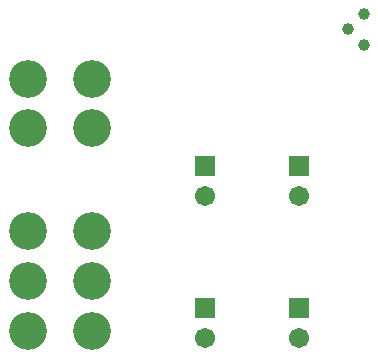
<source format=gts>
G04*
G04 #@! TF.GenerationSoftware,Altium Limited,Altium Designer,18.0.9 (584)*
G04*
G04 Layer_Color=8388736*
%FSLAX43Y43*%
%MOMM*%
G71*
G01*
G75*
%ADD14C,1.003*%
%ADD15R,1.703X1.703*%
%ADD16C,1.703*%
%ADD17C,3.203*%
D14*
X40700Y45500D02*
D03*
X42000Y46770D02*
D03*
X42000Y44200D02*
D03*
D15*
X28565Y21920D02*
D03*
X36565Y33920D02*
D03*
X28565D02*
D03*
X36565Y21920D02*
D03*
D16*
X28565Y19380D02*
D03*
X36565Y31380D02*
D03*
X28565D02*
D03*
X36565Y19380D02*
D03*
D17*
X19000Y24218D02*
D03*
X13578D02*
D03*
X19000Y20000D02*
D03*
X13578Y28435D02*
D03*
X19000D02*
D03*
X13578Y20000D02*
D03*
X13577Y37115D02*
D03*
Y41315D02*
D03*
X19000Y37115D02*
D03*
Y41315D02*
D03*
M02*

</source>
